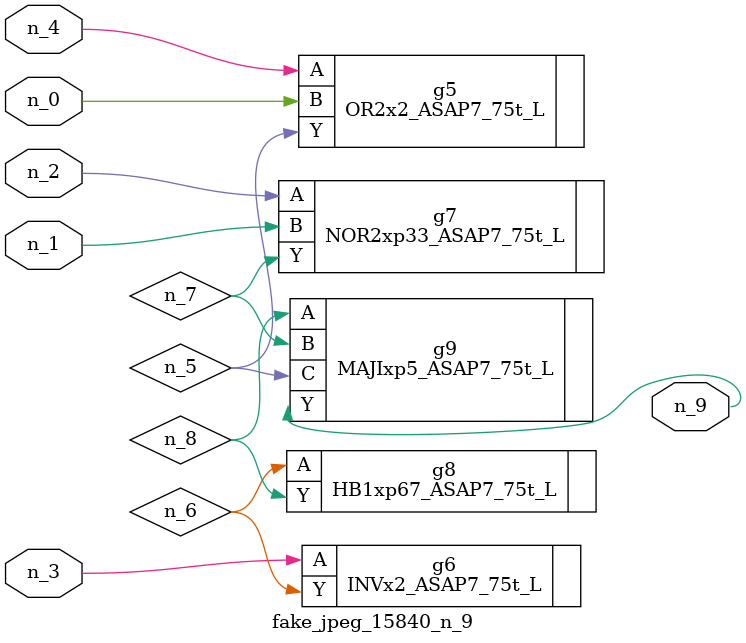
<source format=v>
module fake_jpeg_15840_n_9 (n_3, n_2, n_1, n_0, n_4, n_9);

input n_3;
input n_2;
input n_1;
input n_0;
input n_4;

output n_9;

wire n_8;
wire n_6;
wire n_5;
wire n_7;

OR2x2_ASAP7_75t_L g5 ( 
.A(n_4),
.B(n_0),
.Y(n_5)
);

INVx2_ASAP7_75t_L g6 ( 
.A(n_3),
.Y(n_6)
);

NOR2xp33_ASAP7_75t_L g7 ( 
.A(n_2),
.B(n_1),
.Y(n_7)
);

HB1xp67_ASAP7_75t_L g8 ( 
.A(n_6),
.Y(n_8)
);

MAJIxp5_ASAP7_75t_L g9 ( 
.A(n_8),
.B(n_7),
.C(n_5),
.Y(n_9)
);


endmodule
</source>
